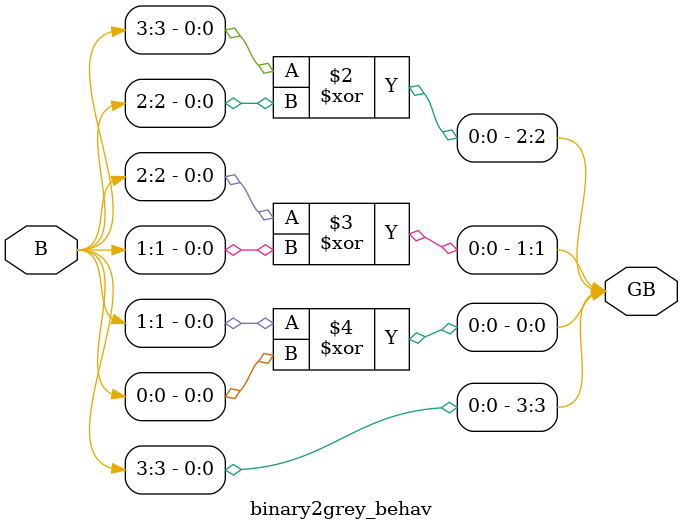
<source format=v>
module binary2grey_df(B,GD);
input [3:0] B;
output [3:0] GD;

assign GD[3] = B[3];
assign GD[2] = B[3] ^ B[2];
assign GD[1] = B[2] ^ B[1];
assign GD[0] = B[1] ^ B[0];
endmodule

module binary2grey_st(B,GS);
input [3:0] B;
output [3:0] GS;

buf g1(GS[3],B[3]);
xor g2(GS[2],B[3],B[2]);
xor g3(GS[1],B[2],B[1]);
xor g4(GS[0],B[1],B[0]);
endmodule

module binary2grey_behav(B,GB);
input [3:0] B;
output reg [3:0] GB;

always @(B)
begin
  GB[3] = B[3];
  GB[2] = B[3] ^ B[2];
  GB[1] = B[2] ^ B[1];
  GB[0] = B[1] ^ B[0];
end
endmodule
</source>
